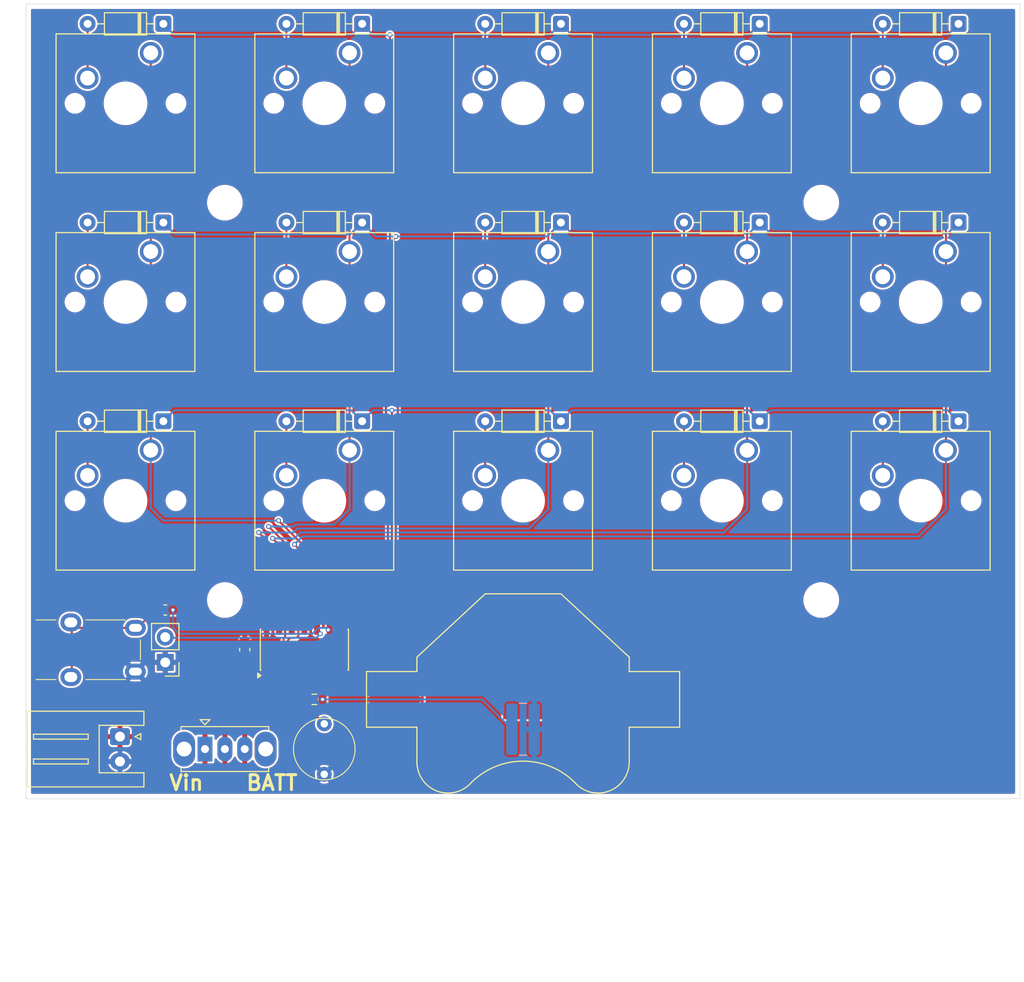
<source format=kicad_pcb>
(kicad_pcb (version 20241229) (generator "pcbnew") (generator_version "9.0")
  (layers (0 "F.Cu" signal) (2 "B.Cu" signal) (13 "F.Paste" user) (15 "B.Paste" user) (5 "F.SilkS" user "F.Silkscreen") (7 "B.SilkS" user "B.Silkscreen") (1 "F.Mask" user) (3 "B.Mask" user) (25 "Edge.Cuts" user))
  (net 0 "")
  (net 1 "VCC")
  (net 2 "GND")
  (net 3 "WO")
  (net 4 "Net-(C1-Pad1)")
  (net 5 "ROW1")
  (net 6 "Net-(D1-A)")
  (net 7 "Net-(D2-A)")
  (net 8 "Net-(D3-A)")
  (net 9 "Net-(D4-A)")
  (net 10 "Net-(D5-A)")
  (net 11 "ROW2")
  (net 12 "Net-(D6-A)")
  (net 13 "Net-(D7-A)")
  (net 14 "Net-(D8-A)")
  (net 15 "Net-(D9-A)")
  (net 16 "Net-(D10-A)")
  (net 17 "Net-(D11-A)")
  (net 18 "ROW3")
  (net 19 "Net-(D12-A)")
  (net 20 "Net-(D13-A)")
  (net 21 "Net-(D14-A)")
  (net 22 "Net-(D15-A)")
  (net 23 "PTF")
  (net 24 "COL1")
  (net 25 "COL2")
  (net 26 "COL3")
  (net 27 "COL4")
  (net 28 "COL5")
  (net 29 "BTN")
  (net 30 "UPDI")
  (net 31 "Vbat")
  (net 32 "Vin")
  (footprint "Library:alps-skrg" (layer "F.Cu") (at 80 145 -90)
    (property "Reference" "SW16" (hide yes))
    (property "Value" "SW_Push" (hide yes))
    (pad "1" thru_hole circle (at -2.54 0 270) (size 1.5 1.5) (drill 0.75) (layers "*.Cu" "*.Mask") (net 29 "BTN"))
    (pad "2" thru_hole circle (at 2.54 0 270) (size 1.5 1.5) (drill 0.75) (layers "*.Cu" "*.Mask") (net 2 "GND"))
  )
  (footprint "Diode_THT:D_DO-35_SOD27_P7.62mm_Horizontal" (layer "F.Cu") (at 83.81 112 180)
    (property "Reference" "D12" (hide yes))
    (property "Value" "1N4148" (hide yes))
    (pad "1" thru_hole roundrect (at 0 0 180) (size 1.6 1.6) (drill 0.8) (layers "*.Cu" "*.Mask") (roundrect_rratio 0.15625) (net 18 "ROW3"))
    (pad "2" thru_hole circle (at 7.62 0 180) (size 1.6 1.6) (drill 0.8) (layers "*.Cu" "*.Mask") (net 19 "Net-(D12-A)"))
  )
  (footprint "Package_SO:SOIC-14_3.9x8.7mm_P1.27mm" (layer "F.Cu") (at 78 135 90)
    (property "Reference" "U1" (hide yes))
    (property "Value" "ATtiny404-SS" (hide yes))
    (pad "1" smd roundrect (at -2.475 -3.81 90) (size 1.95 0.6) (layers "F.Cu" "F.Mask" "F.Paste") (net 1 "VCC"))
    (pad "2" smd roundrect (at -2.475 -2.54 90) (size 1.95 0.6) (layers "F.Cu" "F.Mask" "F.Paste") (net 27 "COL4"))
    (pad "3" smd roundrect (at -2.475 -1.27 90) (size 1.95 0.6) (layers "F.Cu" "F.Mask" "F.Paste") (net 28 "COL5"))
    (pad "4" smd roundrect (at -2.475 0 90) (size 1.95 0.6) (layers "F.Cu" "F.Mask" "F.Paste") (net 29 "BTN"))
    (pad "5" smd roundrect (at -2.475 1.27 90) (size 1.95 0.6) (layers "F.Cu" "F.Mask" "F.Paste") (net 23 "PTF"))
    (pad "6" smd roundrect (at -2.475 2.54 90) (size 1.95 0.6) (layers "F.Cu" "F.Mask" "F.Paste") (net 18 "ROW3"))
    (pad "7" smd roundrect (at -2.475 3.81 90) (size 1.95 0.6) (layers "F.Cu" "F.Mask" "F.Paste") (net 11 "ROW2"))
    (pad "8" smd roundrect (at 2.475 3.81 90) (size 1.95 0.6) (layers "F.Cu" "F.Mask" "F.Paste") (net 5 "ROW1"))
    (pad "9" smd roundrect (at 2.475 2.54 90) (size 1.95 0.6) (layers "F.Cu" "F.Mask" "F.Paste") (net 3 "WO"))
    (pad "10" smd roundrect (at 2.475 1.27 90) (size 1.95 0.6) (layers "F.Cu" "F.Mask" "F.Paste") (net 30 "UPDI"))
    (pad "11" smd roundrect (at 2.475 0 90) (size 1.95 0.6) (layers "F.Cu" "F.Mask" "F.Paste") (net 24 "COL1"))
    (pad "12" smd roundrect (at 2.475 -1.27 90) (size 1.95 0.6) (layers "F.Cu" "F.Mask" "F.Paste") (net 25 "COL2"))
    (pad "13" smd roundrect (at 2.475 -2.54 90) (size 1.95 0.6) (layers "F.Cu" "F.Mask" "F.Paste") (net 26 "COL3"))
    (pad "14" smd roundrect (at 2.475 -3.81 90) (size 1.95 0.6) (layers "F.Cu" "F.Mask" "F.Paste") (net 2 "GND"))
  )
  (footprint "Diode_THT:D_DO-35_SOD27_P7.62mm_Horizontal" (layer "F.Cu") (at 143.81 72 180)
    (property "Reference" "D5" (hide yes))
    (property "Value" "1N4148" (hide yes))
    (pad "1" thru_hole roundrect (at 0 0 180) (size 1.6 1.6) (drill 0.8) (layers "*.Cu" "*.Mask") (roundrect_rratio 0.15625) (net 5 "ROW1"))
    (pad "2" thru_hole circle (at 7.62 0 180) (size 1.6 1.6) (drill 0.8) (layers "*.Cu" "*.Mask") (net 10 "Net-(D5-A)"))
  )
  (footprint "Diode_THT:D_DO-35_SOD27_P7.62mm_Horizontal" (layer "F.Cu") (at 123.81 72 180)
    (property "Reference" "D4" (hide yes))
    (property "Value" "1N4148" (hide yes))
    (pad "1" thru_hole roundrect (at 0 0 180) (size 1.6 1.6) (drill 0.8) (layers "*.Cu" "*.Mask") (roundrect_rratio 0.15625) (net 5 "ROW1"))
    (pad "2" thru_hole circle (at 7.62 0 180) (size 1.6 1.6) (drill 0.8) (layers "*.Cu" "*.Mask") (net 9 "Net-(D4-A)"))
  )
  (footprint "Capacitor_SMD:C_0603_1608Metric" (layer "F.Cu") (at 64 131)
    (property "Reference" "C1" (hide yes))
    (property "Value" "4u7" (hide yes))
    (pad "1" smd roundrect (at -0.775 0) (size 0.9 0.95) (layers "F.Cu" "F.Mask" "F.Paste") (net 4 "Net-(C1-Pad1)"))
    (pad "2" smd roundrect (at 0.775 0) (size 0.9 0.95) (layers "F.Cu" "F.Mask" "F.Paste") (net 3 "WO"))
  )
  (footprint "Button_Switch_THT:SW_Slide_SPDT_Straight_CK_OS102011MS2Q" (layer "F.Cu") (at 68 145)
    (property "Reference" "SW17" (hide yes))
    (property "Value" "SW_SPDT" (hide yes))
    (pad "" thru_hole oval (at -2.1 0) (size 2.2 3.5) (drill 1.5) (layers "*.Cu" "*.Mask"))
    (pad "" thru_hole oval (at 6.1 0) (size 2.2 3.5) (drill 1.5) (layers "*.Cu" "*.Mask"))
    (pad "1" thru_hole rect (at 0 0) (size 1.5 2.5) (drill 0.8) (layers "*.Cu" "*.Mask") (net 32 "Vin"))
    (pad "2" thru_hole oval (at 2 0) (size 1.5 2.5) (drill 0.8) (layers "*.Cu" "*.Mask") (net 1 "VCC"))
    (pad "3" thru_hole oval (at 4 0) (size 1.5 2.5) (drill 0.8) (layers "*.Cu" "*.Mask") (net 31 "Vbat"))
  )
  (footprint "Button_Switch_Keyboard:SW_Cherry_MX_1.00u_PCB" (layer "F.Cu") (at 142.54 74.92)
    (property "Reference" "SW5" (hide yes))
    (property "Value" "SW_Push" (hide yes))
    (pad "" np_thru_hole circle (at -7.62 5.08) (size 1.7 1.7) (drill 1.7) (layers "*.Cu" "*.Mask"))
    (pad "" np_thru_hole circle (at -2.54 5.08) (size 4 4) (drill 4) (layers "*.Cu" "*.Mask"))
    (pad "" np_thru_hole circle (at 2.54 5.08) (size 1.7 1.7) (drill 1.7) (layers "*.Cu" "*.Mask"))
    (pad "1" thru_hole circle (at 0 0) (size 2.2 2.2) (drill 1.5) (layers "*.Cu" "*.Mask") (net 28 "COL5"))
    (pad "2" thru_hole circle (at -6.35 2.54) (size 2.2 2.2) (drill 1.5) (layers "*.Cu" "*.Mask") (net 10 "Net-(D5-A)"))
  )
  (footprint "Library:mcbeeringi_icon_20mm" (layer "F.Cu") (at 125 141)
    (property "Reference" "" (at 0 0 0) (layer "F.SilkS") (effects (font (size 1.27 1.27))))
    (property "Value" "LOGO" (hide yes))
  )
  (footprint "Diode_THT:D_DO-35_SOD27_P7.62mm_Horizontal" (layer "F.Cu") (at 143.81 112 180)
    (property "Reference" "D15" (hide yes))
    (property "Value" "1N4148" (hide yes))
    (pad "1" thru_hole roundrect (at 0 0 180) (size 1.6 1.6) (drill 0.8) (layers "*.Cu" "*.Mask") (roundrect_rratio 0.15625) (net 18 "ROW3"))
    (pad "2" thru_hole circle (at 7.62 0 180) (size 1.6 1.6) (drill 0.8) (layers "*.Cu" "*.Mask") (net 22 "Net-(D15-A)"))
  )
  (footprint "Diode_THT:D_DO-35_SOD27_P7.62mm_Horizontal" (layer "F.Cu") (at 63.81 72 180)
    (property "Reference" "D1" (hide yes))
    (property "Value" "1N4148" (hide yes))
    (pad "1" thru_hole roundrect (at 0 0 180) (size 1.6 1.6) (drill 0.8) (layers "*.Cu" "*.Mask") (roundrect_rratio 0.15625) (net 5 "ROW1"))
    (pad "2" thru_hole circle (at 7.62 0 180) (size 1.6 1.6) (drill 0.8) (layers "*.Cu" "*.Mask") (net 6 "Net-(D1-A)"))
  )
  (footprint "Diode_THT:D_DO-35_SOD27_P7.62mm_Horizontal" (layer "F.Cu") (at 143.81 92 180)
    (property "Reference" "D10" (hide yes))
    (property "Value" "1N4148" (hide yes))
    (pad "1" thru_hole roundrect (at 0 0 180) (size 1.6 1.6) (drill 0.8) (layers "*.Cu" "*.Mask") (roundrect_rratio 0.15625) (net 11 "ROW2"))
    (pad "2" thru_hole circle (at 7.62 0 180) (size 1.6 1.6) (drill 0.8) (layers "*.Cu" "*.Mask") (net 16 "Net-(D10-A)"))
  )
  (footprint "Diode_THT:D_DO-35_SOD27_P7.62mm_Horizontal" (layer "F.Cu") (at 103.81 112 180)
    (property "Reference" "D13" (hide yes))
    (property "Value" "1N4148" (hide yes))
    (pad "1" thru_hole roundrect (at 0 0 180) (size 1.6 1.6) (drill 0.8) (layers "*.Cu" "*.Mask") (roundrect_rratio 0.15625) (net 18 "ROW3"))
    (pad "2" thru_hole circle (at 7.62 0 180) (size 1.6 1.6) (drill 0.8) (layers "*.Cu" "*.Mask") (net 20 "Net-(D13-A)"))
  )
  (footprint "Library:MJ-8435" (layer "F.Cu") (at 50 135 90)
    (property "Reference" "J1" (hide yes))
    (property "Value" "AudioJack3" (hide yes))
    (pad "R" thru_hole roundrect (at 2.2 11 90) (size 1.6 2.1) (drill oval 0.8 1.3) (layers "*.Cu" "*.Mask") (roundrect_rratio 0.5) (net 4 "Net-(C1-Pad1)"))
    (pad "S" thru_hole roundrect (at -2.2 11 90) (size 1.6 2.1) (drill oval 0.8 1.3) (layers "*.Cu" "*.Mask") (roundrect_rratio 0.5) (net 2 "GND"))
    (pad "T" thru_hole roundrect (at -2.75 4.5 90) (size 1.8 2.1) (drill oval 1 1.3) (layers "*.Cu" "*.Mask") (roundrect_rratio 0.5) (net 4 "Net-(C1-Pad1)"))
    (pad "T" thru_hole roundrect (at 2.75 4.5 90) (size 1.8 2.1) (drill oval 1 1.3) (layers "*.Cu" "*.Mask") (roundrect_rratio 0.5) (net 4 "Net-(C1-Pad1)"))
  )
  (footprint "Diode_THT:D_DO-35_SOD27_P7.62mm_Horizontal" (layer "F.Cu") (at 123.81 92 180)
    (property "Reference" "D9" (hide yes))
    (property "Value" "1N4148" (hide yes))
    (pad "1" thru_hole roundrect (at 0 0 180) (size 1.6 1.6) (drill 0.8) (layers "*.Cu" "*.Mask") (roundrect_rratio 0.15625) (net 11 "ROW2"))
    (pad "2" thru_hole circle (at 7.62 0 180) (size 1.6 1.6) (drill 0.8) (layers "*.Cu" "*.Mask") (net 15 "Net-(D9-A)"))
  )
  (footprint "Button_Switch_Keyboard:SW_Cherry_MX_1.00u_PCB" (layer "F.Cu") (at 142.54 94.92)
    (property "Reference" "SW10" (hide yes))
    (property "Value" "SW_Push" (hide yes))
    (pad "" np_thru_hole circle (at -7.62 5.08) (size 1.7 1.7) (drill 1.7) (layers "*.Cu" "*.Mask"))
    (pad "" np_thru_hole circle (at -2.54 5.08) (size 4 4) (drill 4) (layers "*.Cu" "*.Mask"))
    (pad "" np_thru_hole circle (at 2.54 5.08) (size 1.7 1.7) (drill 1.7) (layers "*.Cu" "*.Mask"))
    (pad "1" thru_hole circle (at 0 0) (size 2.2 2.2) (drill 1.5) (layers "*.Cu" "*.Mask") (net 28 "COL5"))
    (pad "2" thru_hole circle (at -6.35 2.54) (size 2.2 2.2) (drill 1.5) (layers "*.Cu" "*.Mask") (net 16 "Net-(D10-A)"))
  )
  (footprint "Capacitor_SMD:C_0603_1608Metric" (layer "F.Cu") (at 72 135 90)
    (property "Reference" "C2" (hide yes))
    (property "Value" "4u7" (hide yes))
    (pad "1" smd roundrect (at -0.775 0 90) (size 0.9 0.95) (layers "F.Cu" "F.Mask" "F.Paste") (net 1 "VCC"))
    (pad "2" smd roundrect (at 0.775 0 90) (size 0.9 0.95) (layers "F.Cu" "F.Mask" "F.Paste") (net 2 "GND"))
  )
  (footprint "Button_Switch_Keyboard:SW_Cherry_MX_1.00u_PCB" (layer "F.Cu") (at 122.54 94.92)
    (property "Reference" "SW9" (hide yes))
    (property "Value" "SW_Push" (hide yes))
    (pad "" np_thru_hole circle (at -7.62 5.08) (size 1.7 1.7) (drill 1.7) (layers "*.Cu" "*.Mask"))
    (pad "" np_thru_hole circle (at -2.54 5.08) (size 4 4) (drill 4) (layers "*.Cu" "*.Mask"))
    (pad "" np_thru_hole circle (at 2.54 5.08) (size 1.7 1.7) (drill 1.7) (layers "*.Cu" "*.Mask"))
    (pad "1" thru_hole circle (at 0 0) (size 2.2 2.2) (drill 1.5) (layers "*.Cu" "*.Mask") (net 27 "COL4"))
    (pad "2" thru_hole circle (at -6.35 2.54) (size 2.2 2.2) (drill 1.5) (layers "*.Cu" "*.Mask") (net 15 "Net-(D9-A)"))
  )
  (footprint "Diode_THT:D_DO-35_SOD27_P7.62mm_Horizontal" (layer "F.Cu") (at 103.81 92 180)
    (property "Reference" "D8" (hide yes))
    (property "Value" "1N4148" (hide yes))
    (pad "1" thru_hole roundrect (at 0 0 180) (size 1.6 1.6) (drill 0.8) (layers "*.Cu" "*.Mask") (roundrect_rratio 0.15625) (net 11 "ROW2"))
    (pad "2" thru_hole circle (at 7.62 0 180) (size 1.6 1.6) (drill 0.8) (layers "*.Cu" "*.Mask") (net 14 "Net-(D8-A)"))
  )
  (footprint "Diode_THT:D_DO-35_SOD27_P7.62mm_Horizontal" (layer "F.Cu") (at 83.81 72 180)
    (property "Reference" "D2" (hide yes))
    (property "Value" "1N4148" (hide yes))
    (pad "1" thru_hole roundrect (at 0 0 180) (size 1.6 1.6) (drill 0.8) (layers "*.Cu" "*.Mask") (roundrect_rratio 0.15625) (net 5 "ROW1"))
    (pad "2" thru_hole circle (at 7.62 0 180) (size 1.6 1.6) (drill 0.8) (layers "*.Cu" "*.Mask") (net 7 "Net-(D2-A)"))
  )
  (footprint "Diode_THT:D_DO-35_SOD27_P7.62mm_Horizontal" (layer "F.Cu") (at 63.81 92 180)
    (property "Reference" "D6" (hide yes))
    (property "Value" "1N4148" (hide yes))
    (pad "1" thru_hole roundrect (at 0 0 180) (size 1.6 1.6) (drill 0.8) (layers "*.Cu" "*.Mask") (roundrect_rratio 0.15625) (net 11 "ROW2"))
    (pad "2" thru_hole circle (at 7.62 0 180) (size 1.6 1.6) (drill 0.8) (layers "*.Cu" "*.Mask") (net 12 "Net-(D6-A)"))
  )
  (footprint "Diode_THT:D_DO-35_SOD27_P7.62mm_Horizontal" (layer "F.Cu") (at 103.81 72 180)
    (property "Reference" "D3" (hide yes))
    (property "Value" "1N4148" (hide yes))
    (pad "1" thru_hole roundrect (at 0 0 180) (size 1.6 1.6) (drill 0.8) (layers "*.Cu" "*.Mask") (roundrect_rratio 0.15625) (net 5 "ROW1"))
    (pad "2" thru_hole circle (at 7.62 0 180) (size 1.6 1.6) (drill 0.8) (layers "*.Cu" "*.Mask") (net 8 "Net-(D3-A)"))
  )
  (footprint "Button_Switch_Keyboard:SW_Cherry_MX_1.00u_PCB" (layer "F.Cu") (at 62.54 94.92)
    (property "Reference" "SW6" (hide yes))
    (property "Value" "SW_Push" (hide yes))
    (pad "" np_thru_hole circle (at -7.62 5.08) (size 1.7 1.7) (drill 1.7) (layers "*.Cu" "*.Mask"))
    (pad "" np_thru_hole circle (at -2.54 5.08) (size 4 4) (drill 4) (layers "*.Cu" "*.Mask"))
    (pad "" np_thru_hole circle (at 2.54 5.08) (size 1.7 1.7) (drill 1.7) (layers "*.Cu" "*.Mask"))
    (pad "1" thru_hole circle (at 0 0) (size 2.2 2.2) (drill 1.5) (layers "*.Cu" "*.Mask") (net 24 "COL1"))
    (pad "2" thru_hole circle (at -6.35 2.54) (size 2.2 2.2) (drill 1.5) (layers "*.Cu" "*.Mask") (net 12 "Net-(D6-A)"))
  )
  (footprint "MountingHole:MountingHole_3.2mm_M3" (layer "F.Cu") (at 130 90)
    (property "Reference" "H2" (hide yes))
    (property "Value" "MountingHole" (hide yes))
    (pad "" np_thru_hole circle (at 0 0) (size 3.2 3.2) (drill 3.2) (layers "*.Cu" "*.Mask"))
  )
  (footprint "Resistor_SMD:R_0603_1608Metric" (layer "F.Cu") (at 79 140)
    (property "Reference" "R1" (hide yes))
    (property "Value" "10k" (hide yes))
    (pad "1" smd roundrect (at -0.825 0) (size 0.8 0.95) (layers "F.Cu" "F.Mask" "F.Paste") (net 1 "VCC"))
    (pad "2" smd roundrect (at 0.825 0) (size 0.8 0.95) (layers "F.Cu" "F.Mask" "F.Paste") (net 23 "PTF"))
  )
  (footprint "Button_Switch_Keyboard:SW_Cherry_MX_1.00u_PCB" (layer "F.Cu") (at 122.54 114.92)
    (property "Reference" "SW14" (hide yes))
    (property "Value" "SW_Push" (hide yes))
    (pad "" np_thru_hole circle (at -7.62 5.08) (size 1.7 1.7) (drill 1.7) (layers "*.Cu" "*.Mask"))
    (pad "" np_thru_hole circle (at -2.54 5.08) (size 4 4) (drill 4) (layers "*.Cu" "*.Mask"))
    (pad "" np_thru_hole circle (at 2.54 5.08) (size 1.7 1.7) (drill 1.7) (layers "*.Cu" "*.Mask"))
    (pad "1" thru_hole circle (at 0 0) (size 2.2 2.2) (drill 1.5) (layers "*.Cu" "*.Mask") (net 27 "COL4"))
    (pad "2" thru_hole circle (at -6.35 2.54) (size 2.2 2.2) (drill 1.5) (layers "*.Cu" "*.Mask") (net 21 "Net-(D14-A)"))
  )
  (footprint "Button_Switch_Keyboard:SW_Cherry_MX_1.00u_PCB" (layer "F.Cu") (at 82.54 74.92)
    (property "Reference" "SW2" (hide yes))
    (property "Value" "SW_Push" (hide yes))
    (pad "" np_thru_hole circle (at -7.62 5.08) (size 1.7 1.7) (drill 1.7) (layers "*.Cu" "*.Mask"))
    (pad "" np_thru_hole circle (at -2.54 5.08) (size 4 4) (drill 4) (layers "*.Cu" "*.Mask"))
    (pad "" np_thru_hole circle (at 2.54 5.08) (size 1.7 1.7) (drill 1.7) (layers "*.Cu" "*.Mask"))
    (pad "1" thru_hole circle (at 0 0) (size 2.2 2.2) (drill 1.5) (layers "*.Cu" "*.Mask") (net 25 "COL2"))
    (pad "2" thru_hole circle (at -6.35 2.54) (size 2.2 2.2) (drill 1.5) (layers "*.Cu" "*.Mask") (net 7 "Net-(D2-A)"))
  )
  (footprint "MountingHole:MountingHole_3.2mm_M3" (layer "F.Cu") (at 70 130)
    (property "Reference" "H3" (hide yes))
    (property "Value" "MountingHole" (hide yes))
    (pad "" np_thru_hole circle (at 0 0) (size 3.2 3.2) (drill 3.2) (layers "*.Cu" "*.Mask"))
  )
  (footprint "Button_Switch_Keyboard:SW_Cherry_MX_1.00u_PCB" (layer "F.Cu") (at 102.54 74.92)
    (property "Reference" "SW3" (hide yes))
    (property "Value" "SW_Push" (hide yes))
    (pad "" np_thru_hole circle (at -7.62 5.08) (size 1.7 1.7) (drill 1.7) (layers "*.Cu" "*.Mask"))
    (pad "" np_thru_hole circle (at -2.54 5.08) (size 4 4) (drill 4) (layers "*.Cu" "*.Mask"))
    (pad "" np_thru_hole circle (at 2.54 5.08) (size 1.7 1.7) (drill 1.7) (layers "*.Cu" "*.Mask"))
    (pad "1" thru_hole circle (at 0 0) (size 2.2 2.2) (drill 1.5) (layers "*.Cu" "*.Mask") (net 26 "COL3"))
    (pad "2" thru_hole circle (at -6.35 2.54) (size 2.2 2.2) (drill 1.5) (layers "*.Cu" "*.Mask") (net 8 "Net-(D3-A)"))
  )
  (footprint "Button_Switch_Keyboard:SW_Cherry_MX_1.00u_PCB" (layer "F.Cu") (at 102.54 94.92)
    (property "Reference" "SW8" (hide yes))
    (property "Value" "SW_Push" (hide yes))
    (pad "" np_thru_hole circle (at -7.62 5.08) (size 1.7 1.7) (drill 1.7) (layers "*.Cu" "*.Mask"))
    (pad "" np_thru_hole circle (at -2.54 5.08) (size 4 4) (drill 4) (layers "*.Cu" "*.Mask"))
    (pad "" np_thru_hole circle (at 2.54 5.08) (size 1.7 1.7) (drill 1.7) (layers "*.Cu" "*.Mask"))
    (pad "1" thru_hole circle (at 0 0) (size 2.2 2.2) (drill 1.5) (layers "*.Cu" "*.Mask") (net 26 "COL3"))
    (pad "2" thru_hole circle (at -6.35 2.54) (size 2.2 2.2) (drill 1.5) (layers "*.Cu" "*.Mask") (net 14 "Net-(D8-A)"))
  )
  (footprint "Diode_THT:D_DO-35_SOD27_P7.62mm_Horizontal" (layer "F.Cu") (at 63.81 112 180)
    (property "Reference" "D11" (hide yes))
    (property "Value" "1N4148" (hide yes))
    (pad "1" thru_hole roundrect (at 0 0 180) (size 1.6 1.6) (drill 0.8) (layers "*.Cu" "*.Mask") (roundrect_rratio 0.15625) (net 18 "ROW3"))
    (pad "2" thru_hole circle (at 7.62 0 180) (size 1.6 1.6) (drill 0.8) (layers "*.Cu" "*.Mask") (net 17 "Net-(D11-A)"))
  )
  (footprint "Diode_THT:D_DO-35_SOD27_P7.62mm_Horizontal" (layer "F.Cu") (at 123.81 112 180)
    (property "Reference" "D14" (hide yes))
    (property "Value" "1N4148" (hide yes))
    (pad "1" thru_hole roundrect (at 0 0 180) (size 1.6 1.6) (drill 0.8) (layers "*.Cu" "*.Mask") (roundrect_rratio 0.15625) (net 18 "ROW3"))
    (pad "2" thru_hole circle (at 7.62 0 180) (size 1.6 1.6) (drill 0.8) (layers "*.Cu" "*.Mask") (net 21 "Net-(D14-A)"))
  )
  (footprint "Button_Switch_Keyboard:SW_Cherry_MX_1.00u_PCB" (layer "F.Cu") (at 102.54 114.92)
    (property "Reference" "SW13" (hide yes))
    (property "Value" "SW_Push" (hide yes))
    (pad "" np_thru_hole circle (at -7.62 5.08) (size 1.7 1.7) (drill 1.7) (layers "*.Cu" "*.Mask"))
    (pad "" np_thru_hole circle (at -2.54 5.08) (size 4 4) (drill 4) (layers "*.Cu" "*.Mask"))
    (pad "" np_thru_hole circle (at 2.54 5.08) (size 1.7 1.7) (drill 1.7) (layers "*.Cu" "*.Mask"))
    (pad "1" thru_hole circle (at 0 0) (size 2.2 2.2) (drill 1.5) (layers "*.Cu" "*.Mask") (net 26 "COL3"))
    (pad "2" thru_hole circle (at -6.35 2.54) (size 2.2 2.2) (drill 1.5) (layers "*.Cu" "*.Mask") (net 20 "Net-(D13-A)"))
  )
  (footprint "MountingHole:MountingHole_3.2mm_M3" (layer "F.Cu") (at 130 130)
    (property "Reference" "H4" (hide yes))
    (property "Value" "MountingHole" (hide yes))
    (pad "" np_thru_hole circle (at 0 0) (size 3.2 3.2) (drill 3.2) (layers "*.Cu" "*.Mask"))
  )
  (footprint "Button_Switch_Keyboard:SW_Cherry_MX_1.00u_PCB" (layer "F.Cu") (at 142.54 114.92)
    (property "Reference" "SW15" (hide yes))
    (property "Value" "SW_Push" (hide yes))
    (pad "" np_thru_hole circle (at -7.62 5.08) (size 1.7 1.7) (drill 1.7) (layers "*.Cu" "*.Mask"))
    (pad "" np_thru_hole circle (at -2.54 5.08) (size 4 4) (drill 4) (layers "*.Cu" "*.Mask"))
    (pad "" np_thru_hole circle (at 2.54 5.08) (size 1.7 1.7) (drill 1.7) (layers "*.Cu" "*.Mask"))
    (pad "1" thru_hole circle (at 0 0) (size 2.2 2.2) (drill 1.5) (layers "*.Cu" "*.Mask") (net 28 "COL5"))
    (pad "2" thru_hole circle (at -6.35 2.54) (size 2.2 2.2) (drill 1.5) (layers "*.Cu" "*.Mask") (net 22 "Net-(D15-A)"))
  )
  (footprint "Button_Switch_Keyboard:SW_Cherry_MX_1.00u_PCB" (layer "F.Cu") (at 62.54 114.92)
    (property "Reference" "SW11" (hide yes))
    (property "Value" "SW_Push" (hide yes))
    (pad "" np_thru_hole circle (at -7.62 5.08) (size 1.7 1.7) (drill 1.7) (layers "*.Cu" "*.Mask"))
    (pad "" np_thru_hole circle (at -2.54 5.08) (size 4 4) (drill 4) (layers "*.Cu" "*.Mask"))
    (pad "" np_thru_hole circle (at 2.54 5.08) (size 1.7 1.7) (drill 1.7) (layers "*.Cu" "*.Mask"))
    (pad "1" thru_hole circle (at 0 0) (size 2.2 2.2) (drill 1.5) (layers "*.Cu" "*.Mask") (net 24 "COL1"))
    (pad "2" thru_hole circle (at -6.35 2.54) (size 2.2 2.2) (drill 1.5) (layers "*.Cu" "*.Mask") (net 17 "Net-(D11-A)"))
  )
  (footprint "Button_Switch_Keyboard:SW_Cherry_MX_1.00u_PCB" (layer "F.Cu") (at 62.54 74.92)
    (property "Reference" "SW1" (hide yes))
    (property "Value" "SW_Push" (hide yes))
    (pad "" np_thru_hole circle (at -7.62 5.08) (size 1.7 1.7) (drill 1.7) (layers "*.Cu" "*.Mask"))
    (pad "" np_thru_hole circle (at -2.54 5.08) (size 4 4) (drill 4) (layers "*.Cu" "*.Mask"))
    (pad "" np_thru_hole circle (at 2.54 5.08) (size 1.7 1.7) (drill 1.7) (layers "*.Cu" "*.Mask"))
    (pad "1" thru_hole circle (at 0 0) (size 2.2 2.2) (drill 1.5) (layers "*.Cu" "*.Mask") (net 24 "COL1"))
    (pad "2" thru_hole circle (at -6.35 2.54) (size 2.2 2.2) (drill 1.5) (layers "*.Cu" "*.Mask") (net 6 "Net-(D1-A)"))
  )
  (footprint "Library:PCB.MCBEERINGI.DEV" (layer "F.Cu") (at 141 141)
    (property "Reference" "" (at 0 0 0) (layer "F.SilkS") (effects (font (size 1.27 1.27))))
    (property "Value" "")
  )
  (footprint "Button_Switch_Keyboard:SW_Cherry_MX_1.00u_PCB" (layer "F.Cu") (at 82.54 94.92)
    (property "Reference" "SW7" (hide yes))
    (property "Value" "SW_Push" (hide yes))
    (pad "" np_thru_hole circle (at -7.62 5.08) (size 1.7 1.7) (drill 1.7) (layers "*.Cu" "*.Mask"))
    (pad "" np_thru_hole circle (at -2.54 5.08) (size 4 4) (drill 4) (layers "*.Cu" "*.Mask"))
    (pad "" np_thru_hole circle (at 2.54 5.08) (size 1.7 1.7) (drill 1.7) (layers "*.Cu" "*.Mask"))
    (pad "1" thru_hole circle (at 0 0) (size 2.2 2.2) (drill 1.5) (layers "*.Cu" "*.Mask") (net 25 "COL2"))
    (pad "2" thru_hole circle (at -6.35 2.54) (size 2.2 2.2) (drill 1.5) (layers "*.Cu" "*.Mask") (net 13 "Net-(D7-A)"))
  )
  (footprint "Diode_THT:D_DO-35_SOD27_P7.62mm_Horizontal" (layer "F.Cu") (at 83.81 92 180)
    (property "Reference" "D7" (hide yes))
    (property "Value" "1N4148" (hide yes))
    (pad "1" thru_hole roundrect (at 0 0 180) (size 1.6 1.6) (drill 0.8) (layers "*.Cu" "*.Mask") (roundrect_rratio 0.15625) (net 11 "ROW2"))
    (pad "2" thru_hole circle (at 7.62 0 180) (size 1.6 1.6) (drill 0.8) (layers "*.Cu" "*.Mask") (net 13 "Net-(D7-A)"))
  )
  (footprint "Connector_PinHeader_2.54mm:PinHeader_1x02_P2.54mm_Vertical" (layer "F.Cu") (at 64 136.275 180)
    (property "Reference" "J3" (hide yes))
    (property "Value" "UPDI" (hide yes))
    (pad "1" thru_hole rect (at 0 0 180) (size 1.7 1.7) (drill 1) (layers "*.Cu" "*.Mask") (net 2 "GND"))
    (pad "2" thru_hole circle (at 0 2.54 180) (size 1.7 1.7) (drill 1) (layers "*.Cu" "*.Mask") (net 30 "UPDI"))
  )
  (footprint "Connector_JST:JST_XH_S2B-XH-A_1x02_P2.50mm_Horizontal" (layer "F.Cu") (at 59.445 143.75 -90)
    (property "Reference" "J2" (hide yes))
    (property "Value" "POW" (hide yes))
    (pad "1" thru_hole roundrect (at 0 0 270) (size 1.7 2) (drill 1) (layers "*.Cu" "*.Mask") (roundrect_rratio 0.147059) (net 32 "Vin"))
    (pad "2" thru_hole oval (at 2.5 0 270) (size 1.7 2) (drill 1) (layers "*.Cu" "*.Mask") (net 2 "GND"))
  )
  (footprint "Button_Switch_Keyboard:SW_Cherry_MX_1.00u_PCB" (layer "F.Cu") (at 82.54 114.92)
    (property "Reference" "SW12" (hide yes))
    (property "Value" "SW_Push" (hide yes))
    (pad "" np_thru_hole circle (at -7.62 5.08) (size 1.7 1.7) (drill 1.7) (layers "*.Cu" "*.Mask"))
    (pad "" np_thru_hole circle (at -2.54 5.08) (size 4 4) (drill 4) (layers "*.Cu" "*.Mask"))
    (pad "" np_thru_hole circle (at 2.54 5.08) (size 1.7 1.7) (drill 1.7) (layers "*.Cu" "*.Mask"))
    (pad "1" thru_hole circle (at 0 0) (size 2.2 2.2) (drill 1.5) (layers "*.Cu" "*.Mask") (net 25 "COL2"))
    (pad "2" thru_hole circle (at -6.35 2.54) (size 2.2 2.2) (drill 1.5) (layers "*.Cu" "*.Mask") (net 19 "Net-(D12-A)"))
  )
  (footprint "Battery:BatteryHolder_Multicomp_BC-2001_1x2032" (layer "F.Cu") (at 100 140 180)
    (property "Reference" "BT1" (hide yes))
    (property "Value" "CR2032" (hide yes))
    (pad "1" smd rect (at -12.95 0 180) (size 5 5) (layers "F.Cu" "F.Mask" "F.Paste") (net 31 "Vbat"))
    (pad "1" smd rect (at 12.95 0 180) (size 5 5) (layers "F.Cu" "F.Mask" "F.Paste") (net 31 "Vbat"))
    (pad "2" smd rect (at 0 0 180) (size 4 4) (layers "F.Cu" "F.Mask" "F.Paste") (net 2 "GND"))
  )
  (footprint "MountingHole:MountingHole_3.2mm_M3" (layer "F.Cu") (at 70 90)
    (property "Reference" "H1" (hide yes))
    (property "Value" "MountingHole" (hide yes))
    (pad "" np_thru_hole circle (at 0 0) (size 3.2 3.2) (drill 3.2) (layers "*.Cu" "*.Mask"))
  )
  (footprint "Button_Switch_Keyboard:SW_Cherry_MX_1.00u_PCB" (layer "F.Cu") (at 122.54 74.92)
    (property "Reference" "SW4" (hide yes))
    (property "Value" "SW_Push" (hide yes))
    (pad "" np_thru_hole circle (at -7.62 5.08) (size 1.7 1.7) (drill 1.7) (layers "*.Cu" "*.Mask"))
    (pad "" np_thru_hole circle (at -2.54 5.08) (size 4 4) (drill 4) (layers "*.Cu" "*.Mask"))
    (pad "" np_thru_hole circle (at 2.54 5.08) (size 1.7 1.7) (drill 1.7) (layers "*.Cu" "*.Mask"))
    (pad "1" thru_hole circle (at 0 0) (size 2.2 2.2) (drill 1.5) (layers "*.Cu" "*.Mask") (net 27 "COL4"))
    (pad "2" thru_hole circle (at -6.35 2.54) (size 2.2 2.2) (drill 1.5) (layers "*.Cu" "*.Mask") (net 9 "Net-(D4-A)"))
  )
  (footprint "Resistor_SMD:R_1020_2550Metric" (layer "B.Cu") (at 100 143)
    (property "Reference" "R2" (hide yes))
    (property "Value" "PTF" (hide yes))
    (pad "1" smd roundrect (at -1.125 0) (size 1.15 5.2) (layers "B.Cu" "B.Mask" "B.Paste") (roundrect_rratio 0.217391) (net 23 "PTF"))
    (pad "2" smd roundrect (at 1.125 0) (size 1.15 5.2) (layers "B.Cu" "B.Mask" "B.Paste") (roundrect_rratio 0.217391) (net 2 "GND"))
  )
  (gr_line (start 150 70) (end 150 150) (stroke (width 0.05)) (layer "Edge.Cuts"))
  (gr_line (start 150 150) (end 50 150) (stroke (width 0.05)) (layer "Edge.Cuts"))
  (gr_line (start 50 70) (end 150 70) (stroke (width 0.05)) (layer "Edge.Cuts"))
  (gr_line (start 50 150) (end 50 70) (stroke (width 0.05)) (layer "Edge.Cuts"))
  (gr_text "BATT" (at 72 148.4 0) (layer "F.SilkS") (effects (font (size 1.5 1.5) (thickness 0.3) (bold yes)) (justify left)))
  (gr_text "Vin" (at 68 148.4 0) (layer "F.SilkS") (effects (font (size 1.5 1.5) (thickness 0.3) (bold yes)) (justify right)))
  (via (at 64.775 131) (size 0.5) (drill 0.3) (layers "F.Cu" "B.Cu") (net 3))
  (via (at 80.4 133) (size 0.5) (drill 0.3) (layers "F.Cu" "B.Cu") (net 3))
  (segment (start 65.4 133.4) (end 64.8 132.8) (width 0.2) (layer "B.Cu") (net 3))
  (segment (start 78.8 133.4) (end 65.4 133.4) (width 0.2) (layer "B.Cu") (net 3))
  (segment (start 80.2 132.8) (end 79.4 132.8) (width 0.2) (layer "B.Cu") (net 3))
  (segment (start 64.8 131.025) (end 64.775 131) (width 0.2) (layer "B.Cu") (net 3))
  (segment (start 80.4 133) (end 80.2 132.8) (width 0.2) (layer "B.Cu") (net 3))
  (segment (start 79.4 132.8) (end 78.8 133.4) (width 0.2) (layer "B.Cu") (net 3))
  (segment (start 64.8 132.8) (end 64.8 131.025) (width 0.2) (layer "B.Cu") (net 3))
  (segment (start 63 131) (end 61.2 132.8) (width 0.2) (layer "F.Cu") (net 4))
  (segment (start 54.6 137.65) (end 54.5 137.75) (width 0.2) (layer "F.Cu") (net 4))
  (segment (start 54.5 132.25) (end 54.6 132.35) (width 0.2) (layer "F.Cu") (net 4))
  (segment (start 61 132.8) (end 55.05 132.8) (width 0.2) (layer "F.Cu") (net 4))
  (segment (start 61.2 132.8) (end 61 132.8) (width 0.2) (layer "F.Cu") (net 4))
  (segment (start 63.225 131) (end 63 131) (width 0.2) (layer "F.Cu") (net 4))
  (segment (start 55.05 132.8) (end 54.5 132.25) (width 0.2) (layer "F.Cu") (net 4))
  (segment (start 54.6 132.35) (end 54.6 137.65) (width 0.2) (layer "F.Cu") (net 4))
  (segment (start 86.6 110.2) (end 86.2 110.6) (width 0.2) (layer "F.Cu") (net 5))
  (segment (start 86.2 111.2) (end 86.399 111.399) (width 0.2) (layer "F.Cu") (net 5))
  (segment (start 86.6 73.101) (end 86.6 110.2) (width 0.2) (layer "F.Cu") (net 5))
  (segment (start 86.2 110.6) (end 86.2 111.2) (width 0.2) (layer "F.Cu") (net 5))
  (segment (start 86.399 111.399) (end 86.399 129.001) (width 0.2) (layer "F.Cu") (net 5))
  (segment (start 82.875 132.525) (end 81.81 132.525) (width 0.2) (layer "F.Cu") (net 5))
  (segment (start 86.399 129.001) (end 82.875 132.525) (width 0.2) (layer "F.Cu") (net 5))
  (via (at 86.6 73.101) (size 0.5) (drill 0.3) (layers "F.Cu" "B.Cu") (net 5))
  (segment (start 122.709 73.101) (end 123.81 72) (width 0.2) (layer "B.Cu") (net 5))
  (segment (start 103.81 72) (end 104.911 73.101) (width 0.2) (layer "B.Cu") (net 5))
  (segment (start 82.709 73.101) (end 83.81 72) (width 0.2) (layer "B.Cu") (net 5))
  (segment (start 104.911 73.101) (end 122.709 73.101) (width 0.2) (layer "B.Cu") (net 5))
  (segment (start 102.709 73.101) (end 103.81 72) (width 0.2) (layer "B.Cu") (net 5))
  (segment (start 142.709 73.101) (end 143.81 72) (width 0.2) (layer "B.Cu") (net 5))
  (segment (start 123.81 72) (end 124.911 73.101) (width 0.2) (layer "B.Cu") (net 5))
  (segment (start 86.6 73.101) (end 102.709 73.101) (width 0.2) (layer "B.Cu") (net 5))
  (segment (start 84.911 73.101) (end 83.81 72) (width 0.2) (layer "B.Cu") (net 5))
  (segment (start 86.6 73.101) (end 84.911 73.101) (width 0.2) (layer "B.Cu") (net 5))
  (segment (start 124.911 73.101) (end 142.709 73.101) (width 0.2) (layer "B.Cu") (net 5))
  (segment (start 63.81 72) (end 64.911 73.101) (width 0.2) (layer "B.Cu") (net 5))
  (segment (start 64.911 73.101) (end 82.709 73.101) (width 0.2) (layer "B.Cu") (net 5))
  (segment (start 56.19 72) (end 56.19 77.46) (width 0.2) (layer "F.Cu") (net 6))
  (segment (start 76.19 72) (end 76.19 77.46) (width 0.2) (layer "F.Cu") (net 7))
  (segment (start 96.19 72) (end 96.19 77.46) (width 0.2) (layer "F.Cu") (net 8))
  (segment (start 116.19 72) (end 116.19 77.46) (width 0.2) (layer "F.Cu") (net 9))
  (segment (start 136.19 72) (end 136.19 77.46) (width 0.2) (layer "F.Cu") (net 10))
  (segment (start 81.81 137.475) (end 81.81 136.81) (width 0.2) (layer "F.Cu") (net 11))
  (segment (start 81.4 136.4) (end 81.4 135.2) (width 0.2) (layer "F.Cu") (net 11))
  (segment (start 81.4 135.2) (end 87.201 129.399) (width 0.2) (layer "F.Cu") (net 11))
  (segment (start 81.81 136.81) (end 81.4 136.4) (width 0.2) (layer "F.Cu") (net 11))
  (segment (start 87 93.6) (end 87.2 93.4) (width 0.2) (layer "F.Cu") (net 11))
  (segment (start 87.201 129.399) (end 87.201 111.4) (width 0.2) (layer "F.Cu") (net 11))
  (segment (start 87 110.2) (end 87 93.6) (width 0.2) (layer "F.Cu") (net 11))
  (segment (start 87.4 110.6) (end 87 110.2) (width 0.2) (layer "F.Cu") (net 11))
  (segment (start 87.4 111.201) (end 87.4 110.6) (width 0.2) (layer "F.Cu") (net 11))
  (segment (start 87.201 111.4) (end 87.4 111.201) (width 0.2) (layer "F.Cu") (net 11))
  (via (at 87.2 93.4) (size 0.5) (drill 0.3) (layers "F.Cu" "B.Cu") (net 11))
  (segment (start 143.81 92) (end 142.709 93.101) (width 0.2) (layer "B.Cu") (net 11))
  (segment (start 83.81 92) (end 82.61 93.2) (width 0.2) (layer "B.Cu") (net 11))
  (segment (start 65.01 93.2) (end 63.81 92) (width 0.2) (layer "B.Cu") (net 11))
  (segment (start 102.41 93.4) (end 103.81 92) (width 0.2) (layer "B.Cu") (net 11))
  (segment (start 124.911 93.101) (end 123.81 92) (width 0.2) (layer "B.Cu") (net 11))
  (segment (start 85.21 93.4) (end 83.81 92) (width 0.2) (layer "B.Cu") (net 11))
  (segment (start 123.81 92) (end 122.709 93.101) (width 0.2) (layer "B.Cu") (net 11))
  (segment (start 104.911 93.101) (end 103.81 92) (width 0.2) (layer "B.Cu") (net 11))
  (segment (start 87.2 93.4) (end 85.21 93.4) (width 0.2) (layer "B.Cu") (net 11))
  (segment (start 82.61 93.2) (end 65.01 93.2) (width 0.2) (layer "B.Cu") (net 11))
  (segment (start 142.709 93.101) (end 124.911 93.101) (width 0.2) (layer "B.Cu") (net 11))
  (segment (start 87.2 93.4) (end 102.41 93.4) (width 0.2) (layer "B.Cu") (net 11))
  (segment (start 122.709 93.101) (end 104.911 93.101) (width 0.2) (layer "B.Cu") (net 11))
  (segment (start 56.19 92) (end 56.19 97.46) (width 0.2) (layer "F.Cu") (net 12))
  (segment (start 76.19 92) (end 76.19 97.46) (width 0.2) (layer "F.Cu") (net 13))
  (segment (start 96.19 92) (end 96.19 97.46) (width 0.2) (layer "F.Cu") (net 14))
  (segment (start 116.19 97.46) (end 116.19 92) (width 0.2) (layer "F.Cu") (net 15))
  (segment (start 136.19 92) (end 136.19 97.46) (width 0.2) (layer "F.Cu") (net 16))
  (segment (start 56.19 112) (end 56.19 117.46) (width 0.2) (layer "F.Cu") (net 17))
  (segment (start 86.8 110.899) (end 86.8 129.2) (width 0.2) (layer "F.Cu") (net 18))
  (segment (start 81 135) (end 81 136.4) (width 0.2) (layer "F.Cu") (net 18))
  (segment (start 80.54 136.86) (end 80.54 137.475) (width 0.2) (layer "F.Cu") (net 18))
  (segment (start 81 136.4) (end 80.54 136.86) (width 0.2) (layer "F.Cu") (net 18))
  (segment (start 86.8 129.2) (end 81 135) (width 0.2) (layer "F.Cu") (net 18))
  (via (at 86.8 110.899) (size 0.5) (drill 0.3) (layers "F.Cu" "B.Cu") (net 18))
  (segment (start 84.911 110.899) (end 102.709 110.899) (width 0.2) (layer "B.Cu") (net 18))
  (segment (start 122.709 110.899) (end 123.81 112) (width 0.2) (layer "B.Cu") (net 18))
  (segment (start 142.709 110.899) (end 143.81 112) (width 0.2) (layer "B.Cu") (net 18))
  (segment (start 104.911 110.899) (end 122.709 110.899) (width 0.2) (layer "B.Cu") (net 18))
  (segment (start 83.81 112) (end 82.709 110.899) (width 0.2) (layer "B.Cu") (net 18))
  (segment (start 82.709 110.899) (end 64.911 110.899) (width 0.2) (layer "B.Cu") (net 18))
  (segment (start 64.911 110.899) (end 63.81 112) (width 0.2) (layer "B.Cu") (net 18))
  (segment (start 123.81 112) (end 124.911 110.899) (width 0.2) (layer "B.Cu") (net 18))
  (segment (start 103.81 112) (end 104.911 110.899) (width 0.2) (layer "B.Cu") (net 18))
  (segment (start 83.81 112) (end 84.911 110.899) (width 0.2) (layer "B.Cu") (net 18))
  (segment (start 102.709 110.899) (end 103.81 112) (width 0.2) (layer "B.Cu") (net 18))
  (segment (start 124.911 110.899) (end 142.709 110.899) (width 0.2) (layer "B.Cu") (net 18))
  (segment (start 76.19 112) (end 76.19 117.46) (width 0.2) (layer "F.Cu") (net 19))
  (segment (start 96.19 112) (end 96.19 117.46) (width 0.2) (layer "F.Cu") (net 20))
  (segment (start 116.19 117.46) (end 116.19 112) (width 0.2) (layer "F.Cu") (net 21))
  (segment (start 136.19 112) (end 136.19 117.46) (width 0.2) (layer "F.Cu") (net 22))
  (segment (start 79.4 137.605) (end 79.4 139.575) (width 0.2) (layer "F.Cu") (net 23))
  (segment (start 79.27 137.475) (end 79.4 137.605) (width 0.2) (layer "F.Cu") (net 23))
  (segment (start 79.4 139.575) (end 79.825 140) (width 0.2) (layer "F.Cu") (net 23))
  (via (at 79.825 140) (size 0.5) (drill 0.3) (layers "F.Cu" "B.Cu") (net 23))
  (segment (start 95.875 140) (end 98.875 143) (width 0.2) (layer "B.Cu") (net 23))
  (segment (start 79.825 140) (end 95.875 140) (width 0.2) (layer "B.Cu") (net 23))
  (segment (start 75.4 122) (end 77.8 124.4) (width 0.2) (layer "F.Cu") (net 24))
  (segment (start 77.8 131.6) (end 78 131.8) (width 0.2) (layer "F.Cu") (net 24))
  (segment (start 62.54 94.92) (end 62.54 114.92) (width 0.2) (layer "F.Cu") (net 24))
  (segment (start 62.54 74.92) (end 62.54 94.92) (width 0.2) (layer "F.Cu") (net 24))
  (segment (start 78 131.8) (end 78 132.525) (width 0.2) (layer "F.Cu") (net 24))
  (segment (start 77.8 124.4) (end 77.8 131.6) (width 0.2) (layer "F.Cu") (net 24))
  (via (at 75.4 122) (size 0.5) (drill 0.3) (layers "F.Cu" "B.Cu") (net 24))
  (segment (start 62.54 114.92) (end 62.54 120.74) (width 0.2) (layer "B.Cu") (net 24))
  (segment (start 63.8 122) (end 75.4 122) (width 0.2) (layer "B.Cu") (net 24))
  (segment (start 62.54 120.74) (end 63.8 122) (width 0.2) (layer "B.Cu") (net 24))
  (segment (start 74.4 122.6) (end 77 125.2) (width 0.2) (layer "F.Cu") (net 25))
  (segment (start 77 131.2) (end 76.73 131.47) (width 0.2) (layer "F.Cu") (net 25))
  (segment (start 77 125.2) (end 77 131.2) (width 0.2) (layer "F.Cu") (net 25))
  (segment (start 82.54 114.92) (end 82.54 94.92) (width 0.2) (layer "F.Cu") (net 25))
  (segment (start 82.54 94.92) (end 82.54 74.92) (width 0.2) (layer "F.Cu") (net 25))
  (segment (start 76.73 131.47) (end 76.73 132.525) (width 0.2) (layer "F.Cu") (net 25))
  (via (at 74.4 122.6) (size 0.5) (drill 0.3) (layers "F.Cu" "B.Cu") (net 25))
  (segment (start 76.9329 122.6) (end 77.1339 122.399) (width 0.2) (layer "B.Cu") (net 25))
  (segment (start 74.4 122.6) (end 76.9329 122.6) (width 0.2) (layer "B.Cu") (net 25))
  (segment (start 77.1339 122.399) (end 81.001 122.399) (width 0.2) (layer "B.Cu") (net 25))
  (segment (start 82.54 120.86) (end 82.54 114.92) (width 0.2) (layer "B.Cu") (net 25))
  (segment (start 81.001 122.399) (end 82.54 120.86) (width 0.2) (layer "B.Cu") (net 25))
  (segment (start 73.4 123.2) (end 76.198 125.998) (width 0.2) (layer "F.Cu") (net 26))
  (segment (start 75.6 131.4) (end 75.6 132.385) (width 0.2) (layer "F.Cu") (net 26))
  (segment (start 76.198 125.998) (end 76.198 130.802) (width 0.2) (layer "F.Cu") (net 26))
  (segment (start 102.54 94.92) (end 102.54 114.92) (width 0.2) (layer "F.Cu") (net 26))
  (segment (start 75.6 132.385) (end 75.46 132.525) (width 0.2) (layer "F.Cu") (net 26))
  (segment (start 76.198 130.802) (end 75.6 131.4) (width 0.2) (layer "F.Cu") (net 26))
  (segment (start 102.54 74.92) (end 102.54 94.92) (width 0.2) (layer "F.Cu") (net 26))
  (via (at 73.4 123.2) (size 0.5) (drill 0.3) (layers "F.Cu" "B.Cu") (net 26))
  (segment (start 77.3 122.8) (end 100.6 122.8) (width 0.2) (layer "B.Cu") (net 26))
  (segment (start 100.6 122.8) (end 102.54 120.86) (width 0.2) (layer "B.Cu") (net 26))
  (segment (start 102.54 120.86) (end 102.54 114.92) (width 0.2) (layer "B.Cu") (net 26))
  (segment (start 73.4 123.2) (end 76.9 123.2) (width 0.2) (layer "B.Cu") (net 26))
  (segment (start 76.9 123.2) (end 77.3 122.8) (width 0.2) (layer "B.Cu") (net 26))
  (segment (start 122.54 114.92) (end 122.54 94.92) (width 0.2) (layer "F.Cu") (net 27))
  (segment (start 75.9 136.3) (end 75.46 136.74) (width 0.2) (layer "F.Cu") (net 27))
  (segment (start 76.061 131.539) (end 76.061 133.739984) (width 0.2) (layer "F.Cu") (net 27))
  (segment (start 74.8 123.8) (end 76.599 125.599) (width 0.2) (layer "F.Cu") (net 27))
  (segment (start 76.599 131.001) (end 76.061 131.539) (width 0.2) (layer "F.Cu") (net 27))
  (segment (start 75.9 133.900984) (end 75.9 136.3) (width 0.2) (layer "F.Cu") (net 27))
  (segment (start 122.54 94.92) (end 122.54 74.92) (width 0.2) (layer "F.Cu") (net 27))
  (segment (start 76.599 125.599) (end 76.599 131.001) (width 0.2) (layer "F.Cu") (net 27))
  (segment (start 75.46 136.74) (end 75.46 137.475) (width 0.2) (layer "F.Cu") (net 27))
  (segment (start 76.061 133.739984) (end 75.9 133.900984) (width 0.2) (layer "F.Cu") (net 27))
  (via (at 74.8 123.8) (size 0.5) (drill 0.3) (layers "F.Cu" "B.Cu") (net 27))
  (segment (start 77.6 123.2) (end 120.2 123.2) (width 0.2) (layer "B.Cu") (net 27))
  (segment (start 120.2 123.2) (end 122.54 120.86) (width 0.2) (layer "B.Cu") (net 27))
  (segment (start 122.54 120.86) (end 122.54 114.92) (width 0.2) (layer "B.Cu") (net 27))
  (segment (start 77 123.8) (end 77.6 123.2) (width 0.2) (layer "B.Cu") (net 27))
  (segment (start 74.8 123.8) (end 77 123.8) (width 0.2) (layer "B.Cu") (net 27))
  (segment (start 77.2 133.8) (end 76.6 133.8) (width 0.2) (layer "F.Cu") (net 28))
  (segment (start 77.4 124.8) (end 77.4 133.6) (width 0.2) (layer "F.Cu") (net 28))
  (segment (start 142.54 74.92) (end 142.54 94.92) (width 0.2) (layer "F.Cu") (net 28))
  (segment (start 77.4 133.6) (end 77.2 133.8) (width 0.2) (layer "F.Cu") (net 28))
  (segment (start 76.301 134.099) (end 76.301 136.301) (width 0.2) (layer "F.Cu") (net 28))
  (segment (start 142.54 94.92) (end 142.54 114.92) (width 0.2) (layer "F.Cu") (net 28))
  (segment (start 76.73 136.73) (end 76.73 137.475) (width 0.2) (layer "F.Cu") (net 28))
  (segment (start 77 124.4) (end 77.4 124.8) (width 0.2) (layer "F.Cu") (net 28))
  (segment (start 76.301 136.301) (end 76.73 136.73) (width 0.2) (layer "F.Cu") (net 28))
  (segment (start 76.6 133.8) (end 76.301 134.099) (width 0.2) (layer "F.Cu") (net 28))
  (via (at 77 124.4) (size 0.5) (drill 0.3) (layers "F.Cu" "B.Cu") (net 28))
  (segment (start 77 124.4) (end 77.8 123.6) (width 0.2) (layer "B.Cu") (net 28))
  (segment (start 77.8 123.6) (end 139.8 123.6) (width 0.2) (layer "B.Cu") (net 28))
  (segment (start 142.54 120.86) (end 142.54 114.92) (width 0.2) (layer "B.Cu") (net 28))
  (segment (start 139.8 123.6) (end 142.54 120.86) (width 0.2) (layer "B.Cu") (net 28))
  (segment (start 79 139) (end 79 141.46) (width 0.2) (layer "F.Cu") (net 29))
  (segment (start 79 141.46) (end 80 142.46) (width 0.2) (layer "F.Cu") (net 29))
  (segment (start 78 138) (end 79 139) (width 0.2) (layer "F.Cu") (net 29))
  (segment (start 78 137.475) (end 78 138) (width 0.2) (layer "F.Cu") (net 29))
  (via (at 79.6 133.4) (size 0.5) (drill 0.3) (layers "F.Cu" "B.Cu") (net 30))
  (segment (start 64.065 133.735) (end 64 133.735) (width 0.2) (layer "B.Cu") (net 30))
  (segment (start 79.2 133.8) (end 64.13 133.8) (width 0.2) (layer "B.Cu") (net 30))
  (segment (start 64.13 133.8) (end 64.065 133.735) (width 0.2) (layer "B.Cu") (net 30))
  (segment (start 79.6 133.4) (end 79.2 133.8) (width 0.2) (layer "B.Cu") (net 30))
  (zone (net 1) (net_name "VCC") (layer "F.Cu") (priority 1) (connect_pads (clearance 0.2)) (min_thickness 0.25) (fill yes (thermal_gap 0.2) (thermal_bridge_width 0.5))
    (polygon (pts (xy 68.8 135.2) (xy 69.2 134.8) (xy 76 134.8) (xy 76 138.4) (xy 79 138.4) (xy 79 142) (xy 71.2 142) (xy 71.2 148) (xy 68.8 148)))
  )
  (zone (net 31) (net_name "Vbat") (layer "F.Cu") (priority 3) (connect_pads (clearance 0.2)) (min_thickness 0.25) (fill yes (thermal_gap 0.2) (thermal_bridge_width 0.5))
    (polygon (pts (xy 89.6 148) (xy 71.2 148) (xy 71.2 142.4) (xy 71.6 142) (xy 79 141.999823) (xy 79 138.4) (xy 81.6 138.4) (xy 94 126) (xy 106 126) (xy 116 136) (xy 116 147.6) (xy 115.6 148) (xy 110.4 148) (xy 110 147.6) (xy 110 136) (xy 104 130) (xy 96 130) (xy 90 136) (xy 90 147.6)))
  )
  (zone (net 32) (net_name "Vin") (layer "F.Cu") (priority 2) (connect_pads (clearance 0.2)) (min_thickness 0.25) (fill yes (thermal_gap 0.2) (thermal_bridge_width 0.5))
    (polygon (pts (xy 64 145.6) (xy 64 147.6) (xy 64.4 148) (xy 68.8 148) (xy 68.8 142) (xy 58.2 142) (xy 57.8 142.4) (xy 57.8 144.8) (xy 58.2 145.2) (xy 63.6 145.2)))
  )
  (zone (net 2) (net_name "GND") (layers "F.Cu" "B.Cu") (connect_pads (clearance 0.2)) (min_thickness 0.25) (fill yes (thermal_gap 0.2) (thermal_bridge_width 0.5))
    (polygon (pts (xy 49.6 150.4) (xy 49.6 69.6) (xy 150.4 69.6) (xy 150.4 150.4)))
  )
)
</source>
